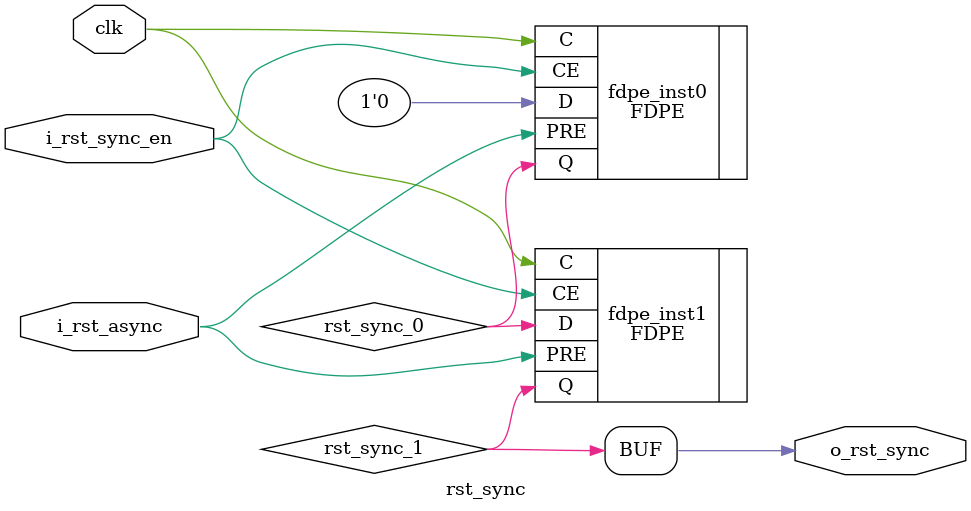
<source format=v>
module rst_sync (
	
	//	ÊäÈëÐÅºÅ                                     	
	input	clk				,	//	Ä£¿é¹¤×÷Ê±ÖÓÐÅºÅ
	input	i_rst_async		,	//	¸´Î»Òì²½
	input	i_rst_sync_en	,	//	¸´Î»Í¬²½Ê¹ÄÜ

	//	Êä³öÐÅºÅ
	output	o_rst_sync			//	clkÊ±ÖÓÓò£¬¸´Î»Í¬²½
	);
	
	
	//  ===============================================================================================
	//	²ÎÊý¡¢ÐÅºÅ¡¢º¯ÊýËµÃ÷
	//  ===============================================================================================
	//  -------------------------------------------------------------------------------------
	//	²ÎÊýËµÃ÷
	//  -------------------------------------------------------------------------------------
	localparam	INITIALIZATION = 2'b11	;	//	¸´Î»Í¬²½¼Ä´æÆ÷³õÊ¼Öµ
	
	//  -------------------------------------------------------------------------------------
	//	ÐÅºÅËµÃ÷
	//  -------------------------------------------------------------------------------------
	wire	rst_sync_0	;	//	clkÊ±ÖÓÓò£¬¸´Î»Í¬²½0
	wire	rst_sync_1	;	//	clkÊ±ÖÓÓò£¬¸´Î»Í¬²½1
		
		
	//  ===============================================================================================
	//	Òì²½¸´Î»Í¬²½ÊÍ·Å
	//  ===============================================================================================	
	//  -------------------------------------------------------------------------------------
	//	FDPEÒì²½ÖÃÎ»¼Ä´æÆ÷0
	//  -------------------------------------------------------------------------------------
	FDPE # (
		.INIT	(INITIALIZATION[0]	)	//	FDPEÊä³ö³õÊ¼Öµ
	)
	fdpe_inst0 (
		.CE		(i_rst_sync_en		),	//	Ê±ÖÓÊ¹ÄÜ
		.C		(clk				),  //	Ê±ÖÓ
		.PRE	(i_rst_async		),	//	Òì²½ÖÃÎ»¿ØÖÆ
		.D		(1'b0				),  //	ÊäÈëÐÅºÅ
		.Q		(rst_sync_0			)   //	Êä³öÐÅºÅ
	);
	
	//  -------------------------------------------------------------------------------------
	//	FDPEÒì²½ÖÃÎ»¼Ä´æÆ÷0
	//  -------------------------------------------------------------------------------------
	FDPE # (
		.INIT	(INITIALIZATION[1]	)	//	FDPEÊä³ö³õÊ¼Öµ
	)
	fdpe_inst1 (
		.CE		(i_rst_sync_en		),	//	Ê±ÖÓÊ¹ÄÜ     
		.C		(clk				),	//	Ê±ÖÓ         
		.PRE	(i_rst_async		),	//	Òì²½ÖÃÎ»¿ØÖÆ 
		.D		(rst_sync_0			),	//	ÊäÈëÐÅºÅ     
		.Q		(rst_sync_1			) 	//	Êä³öÐÅºÅ     
	);
	
	//  -------------------------------------------------------------------------------------
	//	¸´Î»Í¬²½Êä³ö
	//  -------------------------------------------------------------------------------------
	assign o_rst_sync = rst_sync_1;
	
endmodule
</source>
